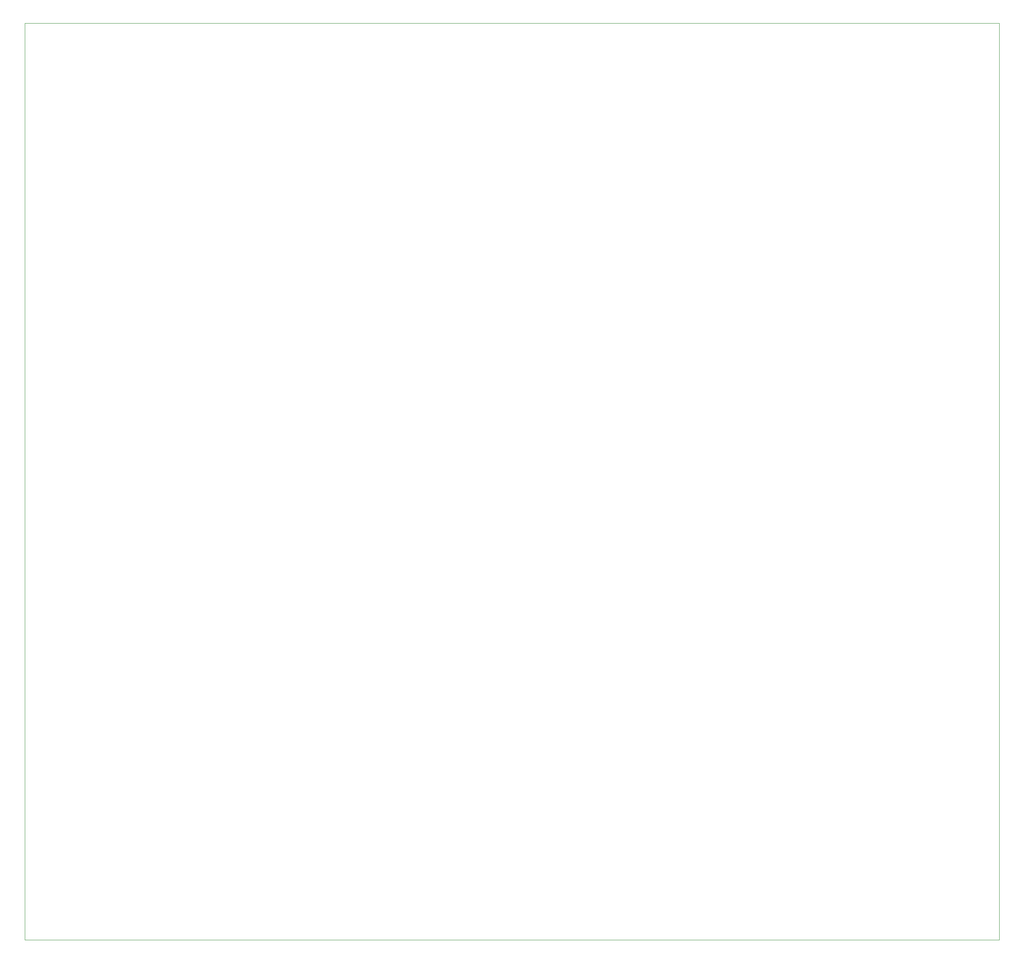
<source format=gm1>
G04 #@! TF.GenerationSoftware,KiCad,Pcbnew,7.0.10-7.0.10~ubuntu22.04.1*
G04 #@! TF.CreationDate,2024-02-02T11:31:48-05:00*
G04 #@! TF.ProjectId,sys11c-power-supply,73797331-3163-42d7-906f-7765722d7375,1.0*
G04 #@! TF.SameCoordinates,Original*
G04 #@! TF.FileFunction,Profile,NP*
%FSLAX46Y46*%
G04 Gerber Fmt 4.6, Leading zero omitted, Abs format (unit mm)*
G04 Created by KiCad (PCBNEW 7.0.10-7.0.10~ubuntu22.04.1) date 2024-02-02 11:31:48*
%MOMM*%
%LPD*%
G01*
G04 APERTURE LIST*
G04 #@! TA.AperFunction,Profile*
%ADD10C,0.100000*%
G04 #@! TD*
G04 APERTURE END LIST*
D10*
X71348600Y-32943800D02*
X274348600Y-32943800D01*
X274348600Y-223943800D01*
X71348600Y-223943800D01*
X71348600Y-32943800D01*
M02*

</source>
